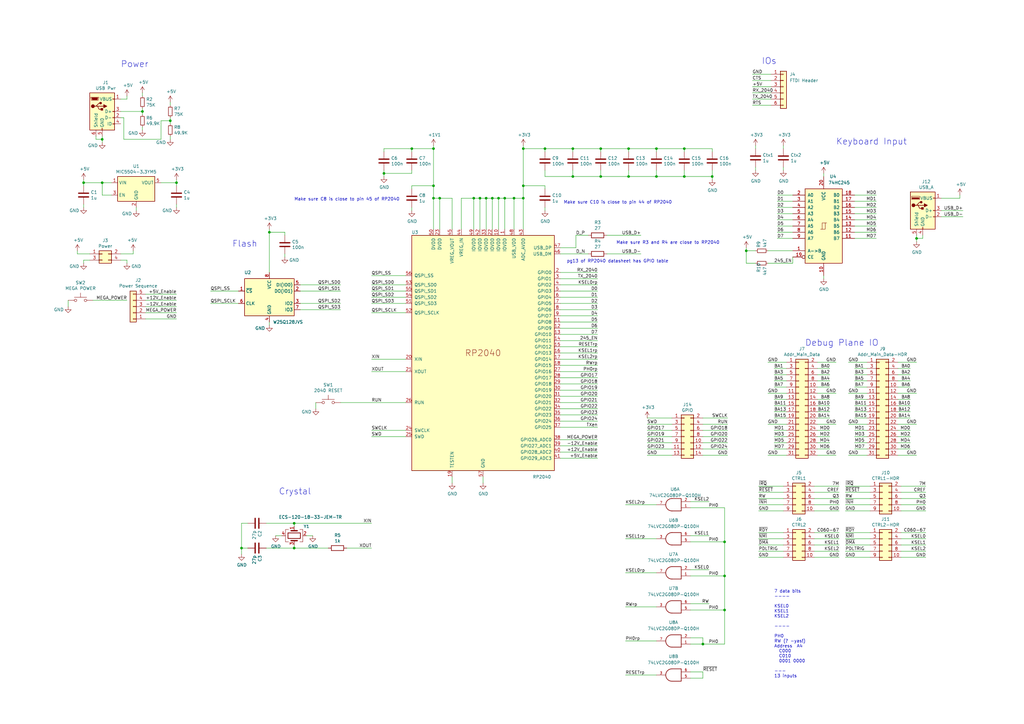
<source format=kicad_sch>
(kicad_sch (version 20211123) (generator eeschema)
  (paper "A3")
  (title_block (title "RP2040 for Mini IIe Proto") (date "2021-10-22") (rev "REV2"))
  (junction (at 207.01 81.28))
  (junction (at 375.92 97.79))
  (junction (at 214.63 76.2))
  (junction (at 204.47 81.28))
  (junction (at 297.18 250.19))
  (junction (at 110.49 95.25))
  (junction (at 99.06 224.79))
  (junction (at 58.42 45.72))
  (junction (at 120.65 214.63))
  (junction (at 157.48 71.12))
  (junction (at 214.63 60.96))
  (junction (at 223.52 60.96))
  (junction (at 257.81 72.39))
  (junction (at 280.67 60.96))
  (junction (at 234.95 72.39))
  (junction (at 168.91 60.96))
  (junction (at 246.38 72.39))
  (junction (at 180.34 81.28))
  (junction (at 234.95 60.96))
  (junction (at 280.67 72.39))
  (junction (at 297.18 236.22))
  (junction (at 120.65 224.79))
  (junction (at 201.93 81.28))
  (junction (at 306.07 102.87))
  (junction (at 288.29 264.16))
  (junction (at 269.24 72.39))
  (junction (at 69.85 49.53))
  (junction (at 246.38 60.96))
  (junction (at 177.8 81.28))
  (junction (at 214.63 81.28))
  (junction (at 41.91 74.93))
  (junction (at 194.31 81.28))
  (junction (at 177.8 60.96))
  (junction (at 210.82 81.28))
  (junction (at 297.18 222.25))
  (junction (at 269.24 60.96))
  (junction (at 257.81 60.96))
  (junction (at 34.29 74.93))
  (junction (at 196.85 81.28))
  (junction (at 177.8 76.2))
  (junction (at 292.1 72.39))
  (junction (at 41.91 57.15))
  (junction (at 72.39 74.93))
  (junction (at 199.39 81.28))
  (wire (pts (xy 86.36 124.46) (xy 97.79 124.46)))
  (wire (pts (xy 214.63 81.28) (xy 214.63 93.98)))
  (wire (pts (xy 280.67 72.39) (xy 269.24 72.39)))
  (wire (pts (xy 368.3 173.99) (xy 375.92 173.99)))
  (wire (pts (xy 229.87 116.84) (xy 245.11 116.84)))
  (wire (pts (xy 308.61 38.1) (xy 316.23 38.1)))
  (wire (pts (xy 335.28 181.61) (xy 340.36 181.61)))
  (wire (pts (xy 318.77 95.25) (xy 325.12 95.25)))
  (wire (pts (xy 283.21 261.62) (xy 288.29 261.62)))
  (wire (pts (xy 236.22 96.52) (xy 241.3 96.52)))
  (wire (pts (xy 368.3 184.15) (xy 373.38 184.15)))
  (wire (pts (xy 368.3 176.53) (xy 373.38 176.53)))
  (wire (pts (xy 229.87 129.54) (xy 245.11 129.54)))
  (wire (pts (xy 350.52 97.79) (xy 359.41 97.79)))
  (wire (pts (xy 318.77 85.09) (xy 325.12 85.09)))
  (wire (pts (xy 66.04 57.15) (xy 66.04 49.53)))
  (wire (pts (xy 125.73 219.71) (xy 128.27 219.71)))
  (wire (pts (xy 346.71 220.98) (xy 356.87 220.98)))
  (wire (pts (xy 120.65 223.52) (xy 120.65 224.79)))
  (wire (pts (xy 346.71 223.52) (xy 356.87 223.52)))
  (wire (pts (xy 59.69 120.65) (xy 72.39 120.65)))
  (wire (pts (xy 368.3 158.75) (xy 373.38 158.75)))
  (wire (pts (xy 229.87 142.24) (xy 245.11 142.24)))
  (wire (pts (xy 350.52 82.55) (xy 359.41 82.55)))
  (wire (pts (xy 368.3 181.61) (xy 373.38 181.61)))
  (wire (pts (xy 229.87 127) (xy 245.11 127)))
  (wire (pts (xy 59.69 130.81) (xy 72.39 130.81)))
  (wire (pts (xy 311.15 218.44) (xy 321.31 218.44)))
  (wire (pts (xy 34.29 106.68) (xy 34.29 107.95)))
  (wire (pts (xy 45.72 74.93) (xy 41.91 74.93)))
  (wire (pts (xy 201.93 93.98) (xy 201.93 81.28)))
  (wire (pts (xy 375.92 96.52) (xy 375.92 97.79)))
  (wire (pts (xy 355.6 151.13) (xy 350.52 151.13)))
  (wire (pts (xy 350.52 80.01) (xy 359.41 80.01)))
  (wire (pts (xy 344.17 228.6) (xy 334.01 228.6)))
  (wire (pts (xy 379.73 223.52) (xy 369.57 223.52)))
  (wire (pts (xy 72.39 83.82) (xy 72.39 85.09)))
  (wire (pts (xy 101.6 224.79) (xy 99.06 224.79)))
  (wire (pts (xy 229.87 144.78) (xy 245.11 144.78)))
  (wire (pts (xy 344.17 207.01) (xy 334.01 207.01)))
  (wire (pts (xy 39.37 57.15) (xy 39.37 55.88)))
  (wire (pts (xy 393.7 80.01) (xy 393.7 81.28)))
  (wire (pts (xy 152.4 119.38) (xy 166.37 119.38)))
  (wire (pts (xy 257.81 60.96) (xy 269.24 60.96)))
  (wire (pts (xy 355.6 148.59) (xy 347.98 148.59)))
  (wire (pts (xy 210.82 93.98) (xy 210.82 81.28)))
  (wire (pts (xy 229.87 160.02) (xy 245.11 160.02)))
  (wire (pts (xy 335.28 171.45) (xy 340.36 171.45)))
  (wire (pts (xy 269.24 69.85) (xy 269.24 72.39)))
  (wire (pts (xy 288.29 264.16) (xy 297.18 264.16)))
  (wire (pts (xy 379.73 218.44) (xy 369.57 218.44)))
  (wire (pts (xy 355.6 156.21) (xy 350.52 156.21)))
  (wire (pts (xy 335.28 156.21) (xy 340.36 156.21)))
  (wire (pts (xy 110.49 132.08) (xy 110.49 133.35)))
  (wire (pts (xy 318.77 80.01) (xy 325.12 80.01)))
  (wire (pts (xy 199.39 93.98) (xy 199.39 81.28)))
  (wire (pts (xy 335.28 161.29) (xy 342.9 161.29)))
  (wire (pts (xy 322.58 166.37) (xy 317.5 166.37)))
  (wire (pts (xy 297.18 264.16) (xy 297.18 250.19)))
  (wire (pts (xy 386.08 86.36) (xy 394.97 86.36)))
  (wire (pts (xy 350.52 92.71) (xy 359.41 92.71)))
  (wire (pts (xy 355.6 179.07) (xy 350.52 179.07)))
  (wire (pts (xy 69.85 49.53) (xy 69.85 50.8)))
  (wire (pts (xy 120.65 214.63) (xy 152.4 214.63)))
  (wire (pts (xy 157.48 71.12) (xy 168.91 71.12)))
  (wire (pts (xy 335.28 186.69) (xy 342.9 186.69)))
  (wire (pts (xy 368.3 148.59) (xy 375.92 148.59)))
  (wire (pts (xy 41.91 57.15) (xy 41.91 58.42)))
  (wire (pts (xy 368.3 153.67) (xy 373.38 153.67)))
  (wire (pts (xy 59.69 125.73) (xy 72.39 125.73)))
  (wire (pts (xy 99.06 224.79) (xy 99.06 227.33)))
  (wire (pts (xy 45.72 80.01) (xy 41.91 80.01)))
  (wire (pts (xy 368.3 151.13) (xy 373.38 151.13)))
  (wire (pts (xy 298.45 179.07) (xy 288.29 179.07)))
  (wire (pts (xy 123.19 124.46) (xy 139.7 124.46)))
  (wire (pts (xy 297.18 236.22) (xy 297.18 222.25)))
  (wire (pts (xy 379.73 226.06) (xy 369.57 226.06)))
  (wire (pts (xy 309.88 102.87) (xy 306.07 102.87)))
  (wire (pts (xy 283.21 247.65) (xy 290.83 247.65)))
  (wire (pts (xy 322.58 171.45) (xy 317.5 171.45)))
  (wire (pts (xy 308.61 40.64) (xy 316.23 40.64)))
  (wire (pts (xy 298.45 186.69) (xy 288.29 186.69)))
  (wire (pts (xy 321.31 68.58) (xy 321.31 69.85)))
  (wire (pts (xy 298.45 184.15) (xy 288.29 184.15)))
  (wire (pts (xy 58.42 44.45) (xy 58.42 45.72)))
  (wire (pts (xy 344.17 226.06) (xy 334.01 226.06)))
  (wire (pts (xy 378.46 96.52) (xy 378.46 97.79)))
  (wire (pts (xy 55.88 86.36) (xy 55.88 85.09)))
  (wire (pts (xy 379.73 199.39) (xy 369.57 199.39)))
  (wire (pts (xy 311.15 204.47) (xy 321.31 204.47)))
  (wire (pts (xy 335.28 158.75) (xy 340.36 158.75)))
  (wire (pts (xy 256.54 234.95) (xy 269.24 234.95)))
  (wire (pts (xy 34.29 74.93) (xy 34.29 76.2)))
  (wire (pts (xy 52.07 40.64) (xy 49.53 40.64)))
  (wire (pts (xy 298.45 173.99) (xy 288.29 173.99)))
  (wire (pts (xy 280.67 62.23) (xy 280.67 60.96)))
  (wire (pts (xy 322.58 156.21) (xy 317.5 156.21)))
  (wire (pts (xy 314.96 107.95) (xy 325.12 107.95)))
  (wire (pts (xy 355.6 153.67) (xy 350.52 153.67)))
  (wire (pts (xy 246.38 72.39) (xy 234.95 72.39)))
  (wire (pts (xy 322.58 151.13) (xy 317.5 151.13)))
  (wire (pts (xy 229.87 124.46) (xy 245.11 124.46)))
  (wire (pts (xy 204.47 93.98) (xy 204.47 81.28)))
  (wire (pts (xy 311.15 201.93) (xy 321.31 201.93)))
  (wire (pts (xy 309.88 59.69) (xy 309.88 60.96)))
  (wire (pts (xy 368.3 179.07) (xy 373.38 179.07)))
  (wire (pts (xy 344.17 199.39) (xy 334.01 199.39)))
  (wire (pts (xy 288.29 171.45) (xy 298.45 171.45)))
  (wire (pts (xy 368.3 166.37) (xy 373.38 166.37)))
  (wire (pts (xy 214.63 59.69) (xy 214.63 60.96)))
  (wire (pts (xy 54.61 102.87) (xy 54.61 104.14)))
  (wire (pts (xy 355.6 184.15) (xy 350.52 184.15)))
  (wire (pts (xy 322.58 161.29) (xy 314.96 161.29)))
  (wire (pts (xy 322.58 181.61) (xy 317.5 181.61)))
  (wire (pts (xy 177.8 81.28) (xy 177.8 93.98)))
  (wire (pts (xy 346.71 228.6) (xy 356.87 228.6)))
  (wire (pts (xy 368.3 161.29) (xy 375.92 161.29)))
  (wire (pts (xy 379.73 201.93) (xy 369.57 201.93)))
  (wire (pts (xy 120.65 224.79) (xy 134.62 224.79)))
  (wire (pts (xy 229.87 147.32) (xy 245.11 147.32)))
  (wire (pts (xy 283.21 275.59) (xy 288.29 275.59)))
  (wire (pts (xy 210.82 81.28) (xy 214.63 81.28)))
  (wire (pts (xy 115.57 219.71) (xy 113.03 219.71)))
  (wire (pts (xy 185.42 81.28) (xy 180.34 81.28)))
  (wire (pts (xy 256.54 276.86) (xy 269.24 276.86)))
  (wire (pts (xy 229.87 165.1) (xy 245.11 165.1)))
  (wire (pts (xy 368.3 171.45) (xy 373.38 171.45)))
  (wire (pts (xy 142.24 224.79) (xy 152.4 224.79)))
  (wire (pts (xy 229.87 104.14) (xy 241.3 104.14)))
  (wire (pts (xy 177.8 76.2) (xy 177.8 81.28)))
  (wire (pts (xy 234.95 69.85) (xy 234.95 72.39)))
  (wire (pts (xy 346.71 204.47) (xy 356.87 204.47)))
  (wire (pts (xy 59.69 123.19) (xy 72.39 123.19)))
  (wire (pts (xy 246.38 62.23) (xy 246.38 60.96)))
  (wire (pts (xy 368.3 163.83) (xy 373.38 163.83)))
  (wire (pts (xy 52.07 39.37) (xy 52.07 40.64)))
  (wire (pts (xy 379.73 220.98) (xy 369.57 220.98)))
  (wire (pts (xy 350.52 85.09) (xy 359.41 85.09)))
  (wire (pts (xy 52.07 106.68) (xy 52.07 107.95)))
  (wire (pts (xy 223.52 77.47) (xy 223.52 76.2)))
  (wire (pts (xy 189.23 93.98) (xy 189.23 81.28)))
  (wire (pts (xy 379.73 204.47) (xy 369.57 204.47)))
  (wire (pts (xy 72.39 74.93) (xy 72.39 76.2)))
  (wire (pts (xy 355.6 166.37) (xy 350.52 166.37)))
  (wire (pts (xy 49.53 106.68) (xy 52.07 106.68)))
  (wire (pts (xy 322.58 153.67) (xy 317.5 153.67)))
  (wire (pts (xy 116.84 95.25) (xy 110.49 95.25)))
  (wire (pts (xy 168.91 85.09) (xy 168.91 86.36)))
  (wire (pts (xy 355.6 161.29) (xy 347.98 161.29)))
  (wire (pts (xy 194.31 93.98) (xy 194.31 81.28)))
  (wire (pts (xy 322.58 158.75) (xy 317.5 158.75)))
  (wire (pts (xy 69.85 41.91) (xy 69.85 43.18)))
  (wire (pts (xy 229.87 101.6) (xy 236.22 101.6)))
  (wire (pts (xy 41.91 57.15) (xy 39.37 57.15)))
  (wire (pts (xy 306.07 102.87) (xy 306.07 107.95)))
  (wire (pts (xy 236.22 96.52) (xy 236.22 101.6)))
  (wire (pts (xy 234.95 62.23) (xy 234.95 60.96)))
  (wire (pts (xy 152.4 121.92) (xy 166.37 121.92)))
  (wire (pts (xy 41.91 55.88) (xy 41.91 57.15)))
  (wire (pts (xy 346.71 209.55) (xy 356.87 209.55)))
  (wire (pts (xy 375.92 97.79) (xy 375.92 99.06)))
  (wire (pts (xy 280.67 72.39) (xy 292.1 72.39)))
  (wire (pts (xy 199.39 81.28) (xy 201.93 81.28)))
  (wire (pts (xy 280.67 69.85) (xy 280.67 72.39)))
  (wire (pts (xy 355.6 163.83) (xy 350.52 163.83)))
  (wire (pts (xy 234.95 60.96) (xy 246.38 60.96)))
  (wire (pts (xy 229.87 154.94) (xy 245.11 154.94)))
  (wire (pts (xy 379.73 209.55) (xy 369.57 209.55)))
  (wire (pts (xy 283.21 233.68) (xy 290.83 233.68)))
  (wire (pts (xy 298.45 181.61) (xy 288.29 181.61)))
  (wire (pts (xy 50.8 48.26) (xy 50.8 57.15)))
  (wire (pts (xy 344.17 223.52) (xy 334.01 223.52)))
  (wire (pts (xy 36.83 106.68) (xy 34.29 106.68)))
  (wire (pts (xy 309.88 68.58) (xy 309.88 69.85)))
  (wire (pts (xy 166.37 113.03) (xy 152.4 113.03)))
  (wire (pts (xy 157.48 71.12) (xy 157.48 72.39)))
  (wire (pts (xy 168.91 76.2) (xy 177.8 76.2)))
  (wire (pts (xy 344.17 201.93) (xy 334.01 201.93)))
  (wire (pts (xy 101.6 214.63) (xy 99.06 214.63)))
  (wire (pts (xy 292.1 69.85) (xy 292.1 72.39)))
  (wire (pts (xy 157.48 69.85) (xy 157.48 71.12)))
  (wire (pts (xy 275.59 186.69) (xy 265.43 186.69)))
  (wire (pts (xy 110.49 95.25) (xy 110.49 111.76)))
  (wire (pts (xy 229.87 134.62) (xy 245.11 134.62)))
  (wire (pts (xy 34.29 83.82) (xy 34.29 85.09)))
  (wire (pts (xy 318.77 82.55) (xy 325.12 82.55)))
  (wire (pts (xy 311.15 228.6) (xy 321.31 228.6)))
  (wire (pts (xy 335.28 179.07) (xy 340.36 179.07)))
  (wire (pts (xy 257.81 62.23) (xy 257.81 60.96)))
  (wire (pts (xy 229.87 172.72) (xy 245.11 172.72)))
  (wire (pts (xy 229.87 182.88) (xy 245.11 182.88)))
  (wire (pts (xy 116.84 104.14) (xy 116.84 105.41)))
  (wire (pts (xy 275.59 176.53) (xy 265.43 176.53)))
  (wire (pts (xy 109.22 224.79) (xy 120.65 224.79)))
  (wire (pts (xy 69.85 48.26) (xy 69.85 49.53)))
  (wire (pts (xy 335.28 184.15) (xy 340.36 184.15)))
  (wire (pts (xy 283.21 205.74) (xy 290.83 205.74)))
  (wire (pts (xy 335.28 168.91) (xy 340.36 168.91)))
  (wire (pts (xy 350.52 95.25) (xy 359.41 95.25)))
  (wire (pts (xy 201.93 81.28) (xy 204.47 81.28)))
  (wire (pts (xy 214.63 60.96) (xy 223.52 60.96)))
  (wire (pts (xy 49.53 45.72) (xy 58.42 45.72)))
  (wire (pts (xy 185.42 93.98) (xy 185.42 81.28)))
  (wire (pts (xy 335.28 153.67) (xy 340.36 153.67)))
  (wire (pts (xy 168.91 60.96) (xy 177.8 60.96)))
  (wire (pts (xy 346.71 201.93) (xy 356.87 201.93)))
  (wire (pts (xy 49.53 48.26) (xy 50.8 48.26)))
  (wire (pts (xy 157.48 60.96) (xy 168.91 60.96)))
  (wire (pts (xy 283.21 250.19) (xy 297.18 250.19)))
  (wire (pts (xy 257.81 69.85) (xy 257.81 72.39)))
  (wire (pts (xy 308.61 35.56) (xy 316.23 35.56)))
  (wire (pts (xy 350.52 87.63) (xy 359.41 87.63)))
  (wire (pts (xy 66.04 74.93) (xy 72.39 74.93)))
  (wire (pts (xy 344.17 209.55) (xy 334.01 209.55)))
  (wire (pts (xy 283.21 236.22) (xy 297.18 236.22)))
  (wire (pts (xy 223.52 85.09) (xy 223.52 86.36)))
  (wire (pts (xy 196.85 81.28) (xy 199.39 81.28)))
  (wire (pts (xy 379.73 207.01) (xy 369.57 207.01)))
  (wire (pts (xy 31.75 102.87) (xy 31.75 104.14)))
  (wire (pts (xy 335.28 173.99) (xy 342.9 173.99)))
  (wire (pts (xy 248.92 104.14) (xy 262.89 104.14)))
  (wire (pts (xy 69.85 55.88) (xy 69.85 57.15)))
  (wire (pts (xy 346.71 207.01) (xy 356.87 207.01)))
  (wire (pts (xy 229.87 157.48) (xy 245.11 157.48)))
  (wire (pts (xy 355.6 186.69) (xy 347.98 186.69)))
  (wire (pts (xy 292.1 72.39) (xy 292.1 73.66)))
  (wire (pts (xy 275.59 184.15) (xy 265.43 184.15)))
  (wire (pts (xy 355.6 158.75) (xy 350.52 158.75)))
  (wire (pts (xy 256.54 248.92) (xy 269.24 248.92)))
  (wire (pts (xy 344.17 204.47) (xy 334.01 204.47)))
  (wire (pts (xy 58.42 45.72) (xy 58.42 46.99)))
  (wire (pts (xy 214.63 60.96) (xy 214.63 76.2)))
  (wire (pts (xy 229.87 175.26) (xy 245.11 175.26)))
  (wire (pts (xy 50.8 57.15) (xy 66.04 57.15)))
  (wire (pts (xy 248.92 96.52) (xy 262.89 96.52)))
  (wire (pts (xy 308.61 30.48) (xy 316.23 30.48)))
  (wire (pts (xy 198.12 195.58) (xy 198.12 198.12)))
  (wire (pts (xy 321.31 59.69) (xy 321.31 60.96)))
  (wire (pts (xy 297.18 250.19) (xy 297.18 236.22)))
  (wire (pts (xy 157.48 62.23) (xy 157.48 60.96)))
  (wire (pts (xy 275.59 173.99) (xy 265.43 173.99)))
  (wire (pts (xy 66.04 49.53) (xy 69.85 49.53)))
  (wire (pts (xy 335.28 148.59) (xy 342.9 148.59)))
  (wire (pts (xy 196.85 93.98) (xy 196.85 81.28)))
  (wire (pts (xy 180.34 93.98) (xy 180.34 81.28)))
  (wire (pts (xy 337.82 71.12) (xy 337.82 72.39)))
  (wire (pts (xy 129.54 165.1) (xy 129.54 167.64)))
  (wire (pts (xy 297.18 222.25) (xy 283.21 222.25)))
  (wire (pts (xy 355.6 168.91) (xy 350.52 168.91)))
  (wire (pts (xy 152.4 124.46) (xy 166.37 124.46)))
  (wire (pts (xy 229.87 149.86) (xy 245.11 149.86)))
  (wire (pts (xy 38.1 123.19) (xy 52.07 123.19)))
  (wire (pts (xy 207.01 81.28) (xy 207.01 93.98)))
  (wire (pts (xy 214.63 76.2) (xy 214.63 81.28)))
  (wire (pts (xy 311.15 199.39) (xy 321.31 199.39)))
  (wire (pts (xy 275.59 181.61) (xy 265.43 181.61)))
  (wire (pts (xy 229.87 114.3) (xy 245.11 114.3)))
  (wire (pts (xy 229.87 121.92) (xy 245.11 121.92)))
  (wire (pts (xy 288.29 275.59) (xy 288.29 278.13)))
  (wire (pts (xy 355.6 173.99) (xy 347.98 173.99)))
  (wire (pts (xy 298.45 176.53) (xy 288.29 176.53)))
  (wire (pts (xy 168.91 71.12) (xy 168.91 69.85)))
  (wire (pts (xy 335.28 151.13) (xy 340.36 151.13)))
  (wire (pts (xy 207.01 81.28) (xy 210.82 81.28)))
  (wire (pts (xy 335.28 163.83) (xy 340.36 163.83)))
  (wire (pts (xy 314.96 102.87) (xy 325.12 102.87)))
  (wire (pts (xy 139.7 165.1) (xy 166.37 165.1)))
  (wire (pts (xy 311.15 209.55) (xy 321.31 209.55)))
  (wire (pts (xy 229.87 119.38) (xy 245.11 119.38)))
  (wire (pts (xy 166.37 176.53) (xy 152.4 176.53)))
  (wire (pts (xy 355.6 171.45) (xy 350.52 171.45)))
  (wire (pts (xy 59.69 128.27) (xy 72.39 128.27)))
  (wire (pts (xy 256.54 207.01) (xy 269.24 207.01)))
  (wire (pts (xy 322.58 176.53) (xy 317.5 176.53)))
  (wire (pts (xy 256.54 262.89) (xy 269.24 262.89)))
  (wire (pts (xy 234.95 72.39) (xy 223.52 72.39)))
  (wire (pts (xy 322.58 168.91) (xy 317.5 168.91)))
  (wire (pts (xy 246.38 60.96) (xy 257.81 60.96)))
  (wire (pts (xy 368.3 168.91) (xy 373.38 168.91)))
  (wire (pts (xy 229.87 167.64) (xy 245.11 167.64)))
  (wire (pts (xy 335.28 166.37) (xy 340.36 166.37)))
  (wire (pts (xy 350.52 90.17) (xy 359.41 90.17)))
  (wire (pts (xy 41.91 74.93) (xy 34.29 74.93)))
  (wire (pts (xy 166.37 128.27) (xy 152.4 128.27)))
  (wire (pts (xy 185.42 195.58) (xy 185.42 198.12)))
  (wire (pts (xy 204.47 81.28) (xy 207.01 81.28)))
  (wire (pts (xy 346.71 218.44) (xy 356.87 218.44)))
  (wire (pts (xy 318.77 87.63) (xy 325.12 87.63)))
  (wire (pts (xy 311.15 226.06) (xy 321.31 226.06)))
  (wire (pts (xy 229.87 152.4) (xy 245.11 152.4)))
  (wire (pts (xy 58.42 52.07) (xy 58.42 53.34)))
  (wire (pts (xy 368.3 156.21) (xy 373.38 156.21)))
  (wire (pts (xy 223.52 60.96) (xy 234.95 60.96)))
  (wire (pts (xy 269.24 62.23) (xy 269.24 60.96)))
  (wire (pts (xy 180.34 81.28) (xy 177.8 81.28)))
  (wire (pts (xy 54.61 104.14) (xy 49.53 104.14)))
  (wire (pts (xy 335.28 176.53) (xy 340.36 176.53)))
  (wire (pts (xy 168.91 62.23) (xy 168.91 60.96)))
  (wire (pts (xy 110.49 93.98) (xy 110.49 95.25)))
  (wire (pts (xy 311.15 223.52) (xy 321.31 223.52)))
  (wire (pts (xy 322.58 163.83) (xy 317.5 163.83)))
  (wire (pts (xy 322.58 184.15) (xy 317.5 184.15)))
  (wire (pts (xy 177.8 60.96) (xy 177.8 76.2)))
  (wire (pts (xy 229.87 180.34) (xy 245.11 180.34)))
  (wire (pts (xy 229.87 139.7) (xy 245.11 139.7)))
  (wire (pts (xy 325.12 107.95) (xy 325.12 105.41)))
  (wire (pts (xy 306.07 107.95) (xy 309.88 107.95)))
  (wire (pts (xy 368.3 186.69) (xy 375.92 186.69)))
  (wire (pts (xy 386.08 81.28) (xy 393.7 81.28)))
  (wire (pts (xy 322.58 179.07) (xy 317.5 179.07)))
  (wire (pts (xy 194.31 81.28) (xy 196.85 81.28)))
  (wire (pts (xy 311.15 220.98) (xy 321.31 220.98)))
  (wire (pts (xy 325.12 97.79) (xy 318.77 97.79)))
  (wire (pts (xy 283.21 208.28) (xy 297.18 208.28)))
  (wire (pts (xy 322.58 173.99) (xy 314.96 173.99)))
  (wire (pts (xy 58.42 38.1) (xy 58.42 39.37)))
  (wire (pts (xy 116.84 96.52) (xy 116.84 95.25)))
  (wire (pts (xy 311.15 207.01) (xy 321.31 207.01)))
  (wire (pts (xy 322.58 148.59) (xy 314.96 148.59)))
  (wire (pts (xy 123.19 127) (xy 139.7 127)))
  (wire (pts (xy 229.87 132.08) (xy 245.11 132.08)))
  (wire (pts (xy 229.87 185.42) (xy 245.11 185.42)))
  (wire (pts (xy 283.21 278.13) (xy 288.29 278.13)))
  (wire (pts (xy 308.61 43.18) (xy 316.23 43.18)))
  (wire (pts (xy 322.58 186.69) (xy 314.96 186.69)))
  (wire (pts (xy 152.4 147.32) (xy 166.37 147.32)))
  (wire (pts (xy 166.37 152.4) (xy 152.4 152.4)))
  (wire (pts (xy 152.4 116.84) (xy 166.37 116.84)))
  (wire (pts (xy 223.52 69.85) (xy 223.52 72.39)))
  (wire (pts (xy 31.75 104.14) (xy 36.83 104.14)))
  (wire (pts (xy 99.06 214.63) (xy 99.06 224.79)))
  (wire (pts (xy 337.82 113.03) (xy 337.82 114.3)))
  (wire (pts (xy 256.54 220.98) (xy 269.24 220.98)))
  (wire (pts (xy 189.23 81.28) (xy 194.31 81.28)))
  (wire (pts (xy 344.17 220.98) (xy 334.01 220.98)))
  (wire (pts (xy 229.87 137.16) (xy 245.11 137.16)))
  (wire (pts (xy 72.39 73.66) (xy 72.39 74.93)))
  (wire (pts (xy 379.73 228.6) (xy 369.57 228.6)))
  (wire (pts (xy 306.07 101.6) (xy 306.07 102.87)))
  (wire (pts (xy 318.77 90.17) (xy 325.12 90.17)))
  (wire (pts (xy 292.1 62.23) (xy 292.1 60.96)))
  (wire (pts (xy 346.71 199.39) (xy 356.87 199.39)))
  (wire (pts (xy 223.52 62.23) (xy 223.52 60.96)))
  (wire (pts (xy 269.24 72.39) (xy 257.81 72.39)))
  (wire (pts (xy 123.19 119.38) (xy 139.7 119.38)))
  (wire (pts (xy 109.22 214.63) (xy 120.65 214.63)))
  (wire (pts (xy 168.91 77.47) (xy 168.91 76.2)))
  (wire (pts (xy 308.61 33.02) (xy 316.23 33.02)))
  (wire (pts (xy 386.08 88.9) (xy 394.97 88.9)))
  (wire (pts (xy 34.29 73.66) (xy 34.29 74.93)))
  (wire (pts (xy 344.17 218.44) (xy 334.01 218.44)))
  (wire (pts (xy 288.29 261.62) (xy 288.29 264.16)))
  (wire (pts (xy 275.59 171.45) (xy 265.43 171.45)))
  (wire (pts (xy 246.38 69.85) (xy 246.38 72.39)))
  (wire (pts (xy 318.77 92.71) (xy 325.12 92.71)))
  (wire (pts (xy 355.6 176.53) (xy 350.52 176.53)))
  (wire (pts (xy 120.65 215.9) (xy 120.65 214.63)))
  (wire (pts (xy 297.18 208.28) (xy 297.18 222.25)))
  (wire (pts (xy 229.87 111.76) (xy 245.11 111.76)))
  (wire (pts (xy 86.36 119.38) (xy 97.79 119.38)))
  (wire (pts (xy 283.21 264.16) (xy 288.29 264.16)))
  (wire (pts (xy 346.71 226.06) (xy 356.87 226.06)))
  (wire (pts (xy 257.81 72.39) (xy 246.38 72.39)))
  (wire (pts (xy 229.87 187.96) (xy 245.11 187.96)))
  (wire (pts (xy 280.67 60.96) (xy 292.1 60.96)))
  (wire (pts (xy 214.63 76.2) (xy 223.52 76.2)))
  (wire (pts (xy 166.37 179.07) (xy 152.4 179.07)))
  (wire (pts (xy 177.8 59.69) (xy 177.8 60.96)))
  (wire (pts (xy 269.24 60.96) (xy 280.67 60.96)))
  (wire (pts (xy 275.59 179.07) (xy 265.43 179.07)))
  (wire (pts (xy 27.94 123.19) (xy 27.94 125.73)))
  (wire (pts (xy 283.21 219.71) (xy 290.83 219.71)))
  (wire (pts (xy 378.46 97.79) (xy 375.92 97.79)))
  (wire (pts (xy 41.91 80.01) (xy 41.91 74.93)))
  (wire (pts (xy 123.19 116.84) (xy 139.7 116.84)))
  (wire (pts (xy 229.87 170.18) (xy 245.11 170.18)))
  (wire (pts (xy 229.87 162.56) (xy 245.11 162.56)))
  (wire (pts (xy 355.6 181.61) (xy 350.52 181.61)))
  (text "Make sure C8 is close to pin 45 of RP2040" (at 120.65 82.55 0) (effects (font (size 1.27 1.27)) (justify left bottom)))
  (text "Crystal" (at 114.3 203.2 0) (effects (font (size 2.54 2.54)) (justify left bottom)))
  (text "Flash" (at 95.25 101.6 0) (effects (font (size 2.54 2.54)) (justify left bottom)))
  (text "IOs" (at 312.42 26.67 0) (effects (font (size 2.54 2.54)) (justify left bottom)))
  (text "pg13 of RP2040 datasheet has GPIO table" (at 232.41 107.95 0) (effects (font (size 1.27 1.27)) (justify left bottom)))
  (text "Keyboard Input" (at 342.9 59.69 0) (effects (font (size 2.54 2.54)) (justify left bottom)))
  (text "Make sure R3 and R4 are close to RP2040" (at 252.73 100.33 0) (effects (font (size 1.27 1.27)) (justify left bottom)))
  (text "Power" (at 49.53 27.94 0) (effects (font (size 2.54 2.54)) (justify left bottom)))
  (text "Make sure C10 is close to pin 44 of RP2040" (at 231.14 83.82 0) (effects (font (size 1.27 1.27)) (justify left bottom)))
  (text "Debug Plane IO" (at 330.2 142.24 0) (effects (font (size 2.54 2.54)) (justify left bottom)))
  (text "7 data bits\n----\n\nKSEL0\nKSEL1\nKSEL2 \n\n----\n\nPH0\nRW (? -yas!)\nAddress  A4\n  C000 \n  C010\n  0001 0000\n\n---\n13 inputs" (at 317.5 278.13 0) (effects (font (size 1.27 1.27)) (justify left bottom)))
  (label "MD6" (at 359.41 95.25 180))
  (label "D2" (at 245.11 124.46 180))
  (label "USB_D+" (at 394.97 86.36 180))
  (label "BA11" (at 350.52 166.37 0))
  (label "QSPI_SD2" (at 152.4 121.92 0))
  (label "GND" (at 314.96 186.69 0))
  (label "KSEL2rp" (at 245.11 147.32 180))
  (label "KSEL0" (at 344.17 220.98 180))
  (label "BA2" (at 373.38 153.67 180))
  (label "D2" (at 318.77 85.09 0))
  (label "D3" (at 318.77 87.63 0))
  (label "GND" (at 344.17 209.55 180))
  (label "BA3" (at 317.5 153.67 0))
  (label "BA8" (at 373.38 163.83 180))
  (label "BA4" (at 373.38 156.21 180))
  (label "PH0" (at 344.17 207.01 180))
  (label "BA14" (at 373.38 171.45 180))
  (label "GND" (at 314.96 173.99 0))
  (label "D6" (at 245.11 134.62 180))
  (label "GND" (at 342.9 161.29 180))
  (label "MD2" (at 373.38 179.07 180))
  (label "7M" (at 379.73 199.39 180))
  (label "MD2" (at 359.41 85.09 180))
  (label "GND" (at 346.71 228.6 0))
  (label "KSEL1" (at 379.73 223.52 180))
  (label "+5V_Enable" (at 245.11 187.96 180))
  (label "KSEL0rp" (at 256.54 234.95 0))
  (label "PH0" (at 294.64 222.25 180))
  (label "+5V_Enable" (at 72.39 120.65 180))
  (label "PH0" (at 379.73 207.01 180))
  (label "BA4" (at 340.36 156.21 180))
  (label "MD7" (at 350.52 184.15 0))
  (label "QSPI_SS" (at 152.4 113.03 0))
  (label "QSPI_SD1" (at 139.7 119.38 180))
  (label "CREF" (at 344.17 201.93 180))
  (label "BA2" (at 340.36 153.67 180))
  (label "GND" (at 375.92 148.59 180))
  (label "BA6" (at 373.38 158.75 180))
  (label "KSEL0" (at 290.83 233.68 180))
  (label "~{RESET}" (at 288.29 275.59 0))
  (label "GPIO22" (at 245.11 167.64 180))
  (label "BA1" (at 350.52 151.13 0))
  (label "~{RESET}" (at 311.15 201.93 0))
  (label "MD6" (at 373.38 184.15 180))
  (label "GND" (at 72.39 130.81 180))
  (label "GND" (at 347.98 173.99 0))
  (label "D_N" (at 236.22 104.14 0))
  (label "RUN" (at 152.4 165.1 0))
  (label "QSPI_SD0" (at 139.7 116.84 180))
  (label "KSEL2" (at 379.73 226.06 180))
  (label "GPIO24" (at 245.11 172.72 180))
  (label "D1" (at 318.77 82.55 0))
  (label "PH0" (at 294.64 236.22 180))
  (label "GND" (at 375.92 161.29 180))
  (label "GND" (at 379.73 228.6 180))
  (label "CTS" (at 308.61 33.02 0))
  (label "MD7" (at 317.5 184.15 0))
  (label "BA0" (at 340.36 151.13 180))
  (label "KSEL1rp" (at 256.54 220.98 0))
  (label "C060-67" (at 379.73 218.44 180))
  (label "BA12" (at 340.36 168.91 180))
  (label "KSEL0rp" (at 245.11 116.84 180))
  (label "GND" (at 347.98 161.29 0))
  (label "D0" (at 245.11 119.38 180))
  (label "~{DMA}" (at 346.71 223.52 0))
  (label "MD1" (at 317.5 176.53 0))
  (label "PDLTRIG" (at 346.71 226.06 0))
  (label "BA5" (at 350.52 156.21 0))
  (label "PH0" (at 294.64 208.28 180))
  (label "KSEL1" (at 290.83 219.71 180))
  (label "GND" (at 342.9 186.69 180))
  (label "RW" (at 346.71 204.47 0))
  (label "PH0" (at 294.64 264.16 180))
  (label "RX_2040" (at 308.61 38.1 0))
  (label "QSPI_SCLK" (at 86.36 124.46 0))
  (label "~{IRQ}" (at 346.71 199.39 0))
  (label "D5" (at 318.77 92.71 0))
  (label "SWCLK" (at 152.4 176.53 0))
  (label "BA6" (at 340.36 158.75 180))
  (label "MD5" (at 350.52 181.61 0))
  (label "~{DMA}" (at 311.15 223.52 0))
  (label "SWCLK" (at 298.45 171.45 180))
  (label "MD7" (at 359.41 97.79 180))
  (label "GPIO19" (at 245.11 160.02 180))
  (label "GND" (at 375.92 186.69 180))
  (label "BA5" (at 317.5 156.21 0))
  (label "QSPI_SD0" (at 152.4 116.84 0))
  (label "MD1" (at 350.52 176.53 0))
  (label "GPIO23" (at 245.11 170.18 180))
  (label "QSPI_SD3" (at 152.4 124.46 0))
  (label "245_EN" (at 245.11 139.7 180))
  (label "GND" (at 344.17 228.6 180))
  (label "GND" (at 298.45 186.69 180))
  (label "GND" (at 347.98 186.69 0))
  (label "MD4" (at 359.41 90.17 180))
  (label "MD0" (at 340.36 176.53 180))
  (label "BA11" (at 317.5 166.37 0))
  (label "KSEL1" (at 344.17 223.52 180))
  (label "GND" (at 308.61 30.48 0))
  (label "QSPI_SS" (at 86.36 119.38 0))
  (label "245_EN" (at 317.5 107.95 0))
  (label "TX_2040" (at 308.61 40.64 0))
  (label "GPIO22" (at 298.45 181.61 180))
  (label "GND" (at 346.71 209.55 0))
  (label "MEGA_POWER" (at 52.07 123.19 180))
  (label "MD3" (at 359.41 87.63 180))
  (label "D1" (at 245.11 121.92 180))
  (label "GND" (at 375.92 173.99 180))
  (label "GND" (at 314.96 161.29 0))
  (label "+5V" (at 308.61 35.56 0))
  (label "RWrp" (at 256.54 248.92 0))
  (label "~{INH}" (at 311.15 207.01 0))
  (label "BA3" (at 350.52 153.67 0))
  (label "BA15" (at 317.5 171.45 0))
  (label "~{NMI}" (at 311.15 220.98 0))
  (label "GPIO19" (at 265.43 179.07 0))
  (label "D4" (at 245.11 129.54 180))
  (label "RESETrp" (at 256.54 276.86 0))
  (label "GND" (at 265.43 186.69 0))
  (label "-12V_Enable" (at 245.11 182.88 180))
  (label "~{INH}" (at 346.71 207.01 0))
  (label "BA14" (at 340.36 171.45 180))
  (label "BA7" (at 317.5 158.75 0))
  (label "GND" (at 311.15 228.6 0))
  (label "TXen" (at 245.11 175.26 180))
  (label "Q3" (at 379.73 204.47 180))
  (label "GND" (at 379.73 209.55 180))
  (label "~{NMI}" (at 346.71 220.98 0))
  (label "+12V_Enable" (at 245.11 185.42 180))
  (label "BA1" (at 317.5 151.13 0))
  (label "PH0rp" (at 256.54 262.89 0))
  (label "D5" (at 245.11 132.08 180))
  (label "XIN" (at 152.4 147.32 0))
  (label "GPIO17" (at 245.11 154.94 180))
  (label "XOUT" (at 152.4 224.79 180))
  (label "BA12" (at 373.38 168.91 180))
  (label "BA13" (at 350.52 168.91 0))
  (label "-12V_Enable" (at 72.39 125.73 180))
  (label "BA9" (at 350.52 163.83 0))
  (label "USB_D+" (at 262.89 96.52 180))
  (label "BA7" (at 350.52 158.75 0))
  (label "PDLTRIG" (at 311.15 226.06 0))
  (label "USB_D-" (at 394.97 88.9 180))
  (label "RW" (at 311.15 204.47 0))
  (label "RTS" (at 308.61 43.18 0))
  (label "D7" (at 318.77 97.79 0))
  (label "KSEL0" (at 379.73 220.98 180))
  (label "BA15" (at 350.52 171.45 0))
  (label "BA13" (at 317.5 168.91 0))
  (label "~{RESET}" (at 346.71 201.93 0))
  (label "GPIO18" (at 245.11 157.48 180))
  (label "MD3" (at 317.5 179.07 0))
  (label "SWD" (at 265.43 173.99 0))
  (label "BA9" (at 317.5 163.83 0))
  (label "PH0" (at 294.64 250.19 180))
  (label "GND" (at 347.98 148.59 0))
  (label "7M" (at 344.17 199.39 180))
  (label "GPIO24" (at 298.45 184.15 180))
  (label "GPIO21" (at 265.43 181.61 0))
  (label "RESETrp" (at 245.11 142.24 180))
  (label "MD0" (at 359.41 80.01 180))
  (label "GPIO17" (at 265.43 176.53 0))
  (label "KSEL2rp" (at 256.54 207.01 0))
  (label "BA8" (at 340.36 163.83 180))
  (label "GND" (at 342.9 173.99 180))
  (label "RWrp" (at 245.11 149.86 180))
  (label "GND" (at 314.96 148.59 0))
  (label "MEGA_POWER" (at 245.11 180.34 180))
  (label "MEGA_POWER" (at 72.39 128.27 180))
  (label "GND" (at 342.9 148.59 180))
  (label "~{IRQ}" (at 311.15 199.39 0))
  (label "BA10" (at 373.38 166.37 180))
  (label "MD5" (at 317.5 181.61 0))
  (label "XIN" (at 152.4 214.63 180))
  (label "D6" (at 318.77 95.25 0))
  (label "MD4" (at 373.38 181.61 180))
  (label "QSPI_SD2" (at 139.7 124.46 180))
  (label "GPIO20" (at 298.45 179.07 180))
  (label "TX_2040" (at 245.11 114.3 180))
  (label "~{RDY}" (at 346.71 218.44 0))
  (label "D0" (at 318.77 80.01 0))
  (label "MD5" (at 359.41 92.71 180))
  (label "RUN" (at 298.45 173.99 180))
  (label "GPIO23" (at 265.43 184.15 0))
  (label "MD0" (at 373.38 176.53 180))
  (label "GPIO21" (at 245.11 165.1 180))
  (label "D7" (at 245.11 137.16 180))
  (label "MD4" (at 340.36 181.61 180))
  (label "CREF" (at 379.73 201.93 180))
  (label "KSEL2" (at 344.17 226.06 180))
  (label "SWD" (at 152.4 179.07 0))
  (label "D3" (at 245.11 127 180))
  (label "+12V_Enable" (at 72.39 123.19 180))
  (label "KSEL1rp" (at 245.11 144.78 180))
  (label "D4" (at 318.77 90.17 0))
  (label "KSEL2" (at 290.83 205.74 180))
  (label "XOUT" (at 152.4 152.4 0))
  (label "GPIO18" (at 298.45 176.53 180))
  (label "GND" (at 311.15 209.55 0))
  (label "USB_D-" (at 262.89 104.14 180))
  (label "MD6" (at 340.36 184.15 180))
  (label "C060-67" (at 344.17 218.44 180))
  (label "MD1" (at 359.41 82.55 180))
  (label "~{RDY}" (at 311.15 218.44 0))
  (label "QSPI_SD1" (at 152.4 119.38 0))
  (label "MD3" (at 350.52 179.07 0))
  (label "RX_2040" (at 245.11 111.76 180))
  (label "GPIO20" (at 245.11 162.56 180))
  (label "QSPI_SCLK" (at 152.4 128.27 0))
  (label "RW" (at 290.83 247.65 180))
  (label "D_P" (at 236.22 96.52 0))
  (label "QSPI_SD3" (at 139.7 127 180))
  (label "PH0rp" (at 245.11 152.4 180))
  (label "BA0" (at 373.38 151.13 180))
  (label "BA10" (at 340.36 166.37 180))
  (label "Q3" (at 344.17 204.47 180))
  (label "MD2" (at 340.36 179.07 180))
  (symbol (lib_id "MCU_RaspberryPi_RP2040:RP2040") (at 198.12 144.78 0) (unit 1)
    (property "Reference" "U3" (at 170.18 95.25 0))
    (property "Value" "RP2040" (at 222.25 195.58 0))
    (property "Footprint" "RP2040_minimal:RP2040-QFN-56" (effects hide))
  )
  (symbol (lib_id "Device:C") (at 105.41 214.63 270) (unit 1)
    (property "Reference" "C2" (at 106.5784 217.551 0) (effects (justify left)))
    (property "Value" "27p" (at 104.267 217.551 0) (effects (justify left)))
    (property "Footprint" "Capacitor_SMD:C_0603_1608Metric" (effects hide))
  )
  (symbol (lib_id "Device:C") (at 105.41 224.79 270) (unit 1)
    (property "Reference" "C3" (at 106.5784 227.711 0) (effects (justify left)))
    (property "Value" "27p" (at 104.267 227.711 0) (effects (justify left)))
    (property "Footprint" "Capacitor_SMD:C_0603_1608Metric" (effects hide))
  )
  (symbol (lib_id "power:GND") (at 99.06 227.33 0) (unit 1)
    (property "Reference" "#PWR06" (effects hide))
    (property "Value" "GND" (at 99.187 231.7242 0))
  )
  (symbol (lib_id "Memory_Flash:W25Q128JVS") (at 110.49 121.92 0) (unit 1)
    (property "Reference" "U2" (at 101.6 111.76 0))
    (property "Value" "W25Q128JVS" (at 118.11 132.08 0))
    (property "Footprint" "Package_SO:SOIC-8_5.23x5.23mm_P1.27mm" (effects hide))
    (property "Datasheet" "http://www.winbond.com/resource-files/w25q128jv_dtr%20revc%2003272018%20plus.pdf" (effects hide))
    (property "MFN" "W25Q128JVSIM TR" (effects hide))
    (property "SPN" "W25Q128JVSIMTR-ND" (effects hide))
  )
  (symbol (lib_id "power:+3V3") (at 110.49 93.98 0) (unit 1)
    (property "Reference" "#PWR07" (effects hide))
    (property "Value" "+3V3" (at 110.871 89.5858 0))
  )
  (symbol (lib_id "power:GND") (at 110.49 133.35 0) (unit 1)
    (property "Reference" "#PWR08" (effects hide))
    (property "Value" "GND" (at 106.68 134.62 0))
  )
  (symbol (lib_id "Device:C") (at 116.84 100.33 0) (unit 1)
    (property "Reference" "C5" (at 119.761 99.1616 0) (effects (justify left)))
    (property "Value" "100n" (at 119.761 101.473 0) (effects (justify left)))
    (property "Footprint" "Capacitor_SMD:C_0805_2012Metric" (effects hide))
  )
  (symbol (lib_id "power:GND") (at 116.84 105.41 0) (unit 1)
    (property "Reference" "#PWR011" (effects hide))
    (property "Value" "GND" (at 120.65 106.68 0))
  )
  (symbol (lib_id "power:GND") (at 198.12 198.12 0) (unit 1)
    (property "Reference" "#PWR016" (effects hide))
    (property "Value" "GND" (at 198.247 202.5142 0))
  )
  (symbol (lib_id "power:GND") (at 185.42 198.12 0) (unit 1)
    (property "Reference" "#PWR015" (effects hide))
    (property "Value" "GND" (at 185.547 202.5142 0))
  )
  (symbol (lib_id "Device:R") (at 245.11 96.52 270) (unit 1)
    (property "Reference" "R3" (at 245.11 91.2622 90))
    (property "Value" "27" (at 245.11 93.5736 90))
    (property "Footprint" "Resistor_SMD:R_0603_1608Metric" (effects hide))
  )
  (symbol (lib_id "Device:R") (at 245.11 104.14 270) (unit 1)
    (property "Reference" "R4" (at 245.11 98.8822 90))
    (property "Value" "27" (at 245.11 101.1936 90))
    (property "Footprint" "Resistor_SMD:R_0603_1608Metric" (effects hide))
  )
  (symbol (lib_id "power:GND") (at 375.92 99.06 0) (unit 1)
    (property "Reference" "#PWR01" (effects hide))
    (property "Value" "GND" (at 376.047 103.4542 0))
  )
  (symbol (lib_id "power:+3V3") (at 214.63 59.69 0) (unit 1)
    (property "Reference" "#PWR017" (effects hide))
    (property "Value" "+3V3" (at 215.011 55.2958 0))
  )
  (symbol (lib_id "power:+1V1") (at 177.8 59.69 0) (unit 1)
    (property "Reference" "#PWR014" (effects hide))
    (property "Value" "+1V1" (at 178.181 55.2958 0))
  )
  (symbol (lib_id "Device:C") (at 223.52 66.04 0) (unit 1)
    (property "Reference" "C9" (at 226.441 64.8716 0) (effects (justify left)))
    (property "Value" "100n" (at 226.441 67.183 0) (effects (justify left)))
    (property "Footprint" "Capacitor_SMD:C_0603_1608Metric" (effects hide))
  )
  (symbol (lib_id "Device:C") (at 234.95 66.04 0) (unit 1)
    (property "Reference" "C11" (at 237.871 64.8716 0) (effects (justify left)))
    (property "Value" "100n" (at 237.871 67.183 0) (effects (justify left)))
    (property "Footprint" "Capacitor_SMD:C_0603_1608Metric" (effects hide))
  )
  (symbol (lib_id "Device:C") (at 246.38 66.04 0) (unit 1)
    (property "Reference" "C12" (at 249.301 64.8716 0) (effects (justify left)))
    (property "Value" "100n" (at 249.301 67.183 0) (effects (justify left)))
    (property "Footprint" "Capacitor_SMD:C_0603_1608Metric" (effects hide))
  )
  (symbol (lib_id "Device:C") (at 257.81 66.04 0) (unit 1)
    (property "Reference" "C13" (at 260.731 64.8716 0) (effects (justify left)))
    (property "Value" "100n" (at 260.731 67.183 0) (effects (justify left)))
    (property "Footprint" "Capacitor_SMD:C_0603_1608Metric" (effects hide))
  )
  (symbol (lib_id "Device:C") (at 269.24 66.04 0) (unit 1)
    (property "Reference" "C14" (at 272.161 64.8716 0) (effects (justify left)))
    (property "Value" "100n" (at 272.161 67.183 0) (effects (justify left)))
    (property "Footprint" "Capacitor_SMD:C_0603_1608Metric" (effects hide))
  )
  (symbol (lib_id "Device:C") (at 280.67 66.04 0) (unit 1)
    (property "Reference" "C15" (at 283.591 64.8716 0) (effects (justify left)))
    (property "Value" "100n" (at 283.591 67.183 0) (effects (justify left)))
    (property "Footprint" "Capacitor_SMD:C_0603_1608Metric" (effects hide))
  )
  (symbol (lib_id "Device:C") (at 292.1 66.04 0) (unit 1)
    (property "Reference" "C16" (at 295.021 64.8716 0) (effects (justify left)))
    (property "Value" "100n" (at 295.021 67.183 0) (effects (justify left)))
    (property "Footprint" "Capacitor_SMD:C_0603_1608Metric" (effects hide))
  )
  (symbol (lib_id "Device:C") (at 157.48 66.04 0) (unit 1)
    (property "Reference" "C6" (at 160.401 64.8716 0) (effects (justify left)))
    (property "Value" "100n" (at 160.401 67.183 0) (effects (justify left)))
    (property "Footprint" "Capacitor_SMD:C_0603_1608Metric" (effects hide))
  )
  (symbol (lib_id "Device:C") (at 168.91 66.04 0) (unit 1)
    (property "Reference" "C7" (at 171.831 64.8716 0) (effects (justify left)))
    (property "Value" "100n" (at 171.831 67.183 0) (effects (justify left)))
    (property "Footprint" "Capacitor_SMD:C_0603_1608Metric" (effects hide))
  )
  (symbol (lib_id "Device:C") (at 168.91 81.28 0) (unit 1)
    (property "Reference" "C8" (at 171.831 80.1116 0) (effects (justify left)))
    (property "Value" "1u" (at 171.831 82.423 0) (effects (justify left)))
    (property "Footprint" "Capacitor_SMD:C_0603_1608Metric" (effects hide))
  )
  (symbol (lib_id "Device:C") (at 223.52 81.28 0) (unit 1)
    (property "Reference" "C10" (at 226.441 80.1116 0) (effects (justify left)))
    (property "Value" "1u" (at 226.441 82.423 0) (effects (justify left)))
    (property "Footprint" "Capacitor_SMD:C_0603_1608Metric" (effects hide))
  )
  (symbol (lib_id "power:GND") (at 292.1 73.66 0) (unit 1)
    (property "Reference" "#PWR023" (effects hide))
    (property "Value" "GND" (at 292.227 78.0542 0))
  )
  (symbol (lib_id "power:GND") (at 157.48 72.39 0) (unit 1)
    (property "Reference" "#PWR012" (effects hide))
    (property "Value" "GND" (at 157.607 76.7842 0))
  )
  (symbol (lib_id "power:GND") (at 168.91 86.36 0) (unit 1)
    (property "Reference" "#PWR013" (effects hide))
    (property "Value" "GND" (at 169.037 90.7542 0))
  )
  (symbol (lib_id "power:GND") (at 223.52 86.36 0) (unit 1)
    (property "Reference" "#PWR018" (effects hide))
    (property "Value" "GND" (at 223.647 90.7542 0))
  )
  (symbol (lib_id "power:+3V3") (at 72.39 73.66 0) (unit 1)
    (property "Reference" "#PWR09" (effects hide))
    (property "Value" "+3V3" (at 72.771 69.2658 0))
  )
  (symbol (lib_id "Device:C") (at 34.29 80.01 0) (unit 1)
    (property "Reference" "C1" (at 37.211 78.8416 0) (effects (justify left)))
    (property "Value" "1u" (at 37.211 81.153 0) (effects (justify left)))
    (property "Footprint" "Capacitor_SMD:C_0805_2012Metric" (effects hide))
  )
  (symbol (lib_id "Device:C") (at 72.39 80.01 0) (unit 1)
    (property "Reference" "C4" (at 75.311 78.8416 0) (effects (justify left)))
    (property "Value" "1u" (at 75.311 81.153 0) (effects (justify left)))
    (property "Footprint" "Capacitor_SMD:C_0805_2012Metric" (effects hide))
  )
  (symbol (lib_id "power:GND") (at 34.29 85.09 0) (unit 1)
    (property "Reference" "#PWR04" (effects hide))
    (property "Value" "GND" (at 30.48 86.36 0))
  )
  (symbol (lib_id "power:GND") (at 72.39 85.09 0) (unit 1)
    (property "Reference" "#PWR010" (effects hide))
    (property "Value" "GND" (at 68.58 86.36 0))
  )
  (symbol (lib_id "Device:R") (at 138.43 224.79 270) (unit 1)
    (property "Reference" "R5" (at 138.43 219.5322 90))
    (property "Value" "1k" (at 138.43 221.8436 90))
    (property "Footprint" "Resistor_SMD:R_0603_1608Metric" (effects hide))
  )
  (symbol (lib_id "Device:Crystal_GND24") (at 120.65 219.71 270) (unit 1)
    (property "Reference" "Y1" (at 124.46 215.9 90) (effects (justify left)))
    (property "Value" "ECS-120-18-33-JEM-TR" (at 114.3 212.09 90) (effects (justify left)))
    (property "Footprint" "Crystal:Crystal_SMD_3225-4Pin_3.2x2.5mm" (effects hide))
    (property "Old PN" "ABLS-12.000MHZ-B4-T" (effects hide))
  )
  (symbol (lib_id "Connector:USB_A") (at 378.46 86.36 0) (unit 1)
    (property "Reference" "J12" (at 379.9078 74.4982 0))
    (property "Value" "USB_A" (at 379.9078 76.8096 0))
    (property "Footprint" "My Libraries:USB_A_GCT_USB1125" (effects hide))
    (property "Datasheet" " ~" (effects hide))
    (property "MPN" "USB1125-GF-B" (effects hide))
    (property "SPN" "86AH2018" (effects hide))
  )
  (symbol (lib_id "Regulator_Linear:MIC5504-3.3YM5") (at 55.88 77.47 0) (unit 1)
    (property "Reference" "U1" (at 55.88 68.1482 0))
    (property "Value" "MIC5504-3.3YM5" (at 55.88 70.4596 0))
    (property "Footprint" "Package_TO_SOT_SMD:SOT-23-5" (effects hide))
    (property "Datasheet" "http://ww1.microchip.com/downloads/en/DeviceDoc/MIC550X.pdf" (effects hide))
  )
  (symbol (lib_id "power:+5V") (at 34.29 73.66 0) (unit 1)
    (property "Reference" "#PWR026" (effects hide))
    (property "Value" "+5V" (at 34.671 69.2658 0))
  )
  (symbol (lib_id "power:GND") (at 55.88 86.36 0) (unit 1)
    (property "Reference" "#PWR029" (effects hide))
    (property "Value" "GND" (at 52.07 87.63 0))
  )
  (symbol (lib_id "power:+5V") (at 393.7 80.01 0) (unit 1)
    (property "Reference" "#PWR035" (effects hide))
    (property "Value" "+5V" (at 394.081 75.6158 0))
  )
  (symbol (lib_id "Connector:USB_B_Mini") (at 41.91 45.72 0) (unit 1)
    (property "Reference" "J1" (at 43.3578 33.8582 0))
    (property "Value" "USB Pwr" (at 43.3578 36.1696 0))
    (property "Footprint" "Connector_USB:USB_Mini-B_Wuerth_65100516121_Horizontal" (effects hide))
  )
  (symbol (lib_id "Connector_Generic:Conn_02x02_Odd_Even") (at 41.91 104.14 0) (unit 1)
    (property "Reference" "J3" (at 43.18 98.6282 0))
    (property "Value" "Power" (at 43.18 100.9396 0))
    (property "Footprint" "Connector_PinSocket_2.54mm:PinSocket_2x02_P2.54mm_Vertical" (effects hide))
  )
  (symbol (lib_id "power:+5V") (at 31.75 102.87 0) (unit 1)
    (property "Reference" "#PWR024" (effects hide))
    (property "Value" "+5V" (at 32.131 98.4758 0))
  )
  (symbol (lib_id "power:+5V") (at 54.61 102.87 0) (mirror y) (unit 1)
    (property "Reference" "#PWR028" (effects hide))
    (property "Value" "+5V" (at 54.229 98.4758 0))
  )
  (symbol (lib_id "power:GND") (at 34.29 107.95 0) (unit 1)
    (property "Reference" "#PWR025" (effects hide))
    (property "Value" "GND" (at 30.48 109.22 0))
  )
  (symbol (lib_id "power:GND") (at 52.07 107.95 0) (mirror y) (unit 1)
    (property "Reference" "#PWR027" (effects hide))
    (property "Value" "GND" (at 55.88 109.22 0))
  )
  (symbol (lib_id "power:GND") (at 41.91 58.42 0) (unit 1)
    (property "Reference" "#PWR03" (effects hide))
    (property "Value" "GND" (at 38.1 59.69 0))
  )
  (symbol (lib_id "power:+5V") (at 52.07 39.37 0) (unit 1)
    (property "Reference" "#PWR05" (effects hide))
    (property "Value" "+5V" (at 52.451 34.9758 0))
  )
  (symbol (lib_id "My_Library:R_0805") (at 69.85 45.72 0) (unit 1)
    (property "Reference" "R7" (at 71.3486 44.5516 0) (effects (justify left)))
    (property "Value" "75K" (at 71.3486 46.863 0) (effects (justify left)))
    (property "Footprint" "Resistor_SMD:R_0805_2012Metric" (effects hide))
  )
  (symbol (lib_id "My_Library:R_0805") (at 69.85 53.34 0) (unit 1)
    (property "Reference" "R8" (at 71.3486 52.1716 0) (effects (justify left)))
    (property "Value" "49.9K" (at 71.3486 54.483 0) (effects (justify left)))
    (property "Footprint" "Resistor_SMD:R_0805_2012Metric" (effects hide))
  )
  (symbol (lib_id "My_Library:R_0805") (at 58.42 41.91 0) (unit 1)
    (property "Reference" "R2" (at 59.9186 40.7416 0) (effects (justify left)))
    (property "Value" "75K" (at 59.9186 43.053 0) (effects (justify left)))
    (property "Footprint" "Resistor_SMD:R_0805_2012Metric" (effects hide))
  )
  (symbol (lib_id "My_Library:R_0805") (at 58.42 49.53 0) (unit 1)
    (property "Reference" "R6" (at 59.9186 48.3616 0) (effects (justify left)))
    (property "Value" "49.9K" (at 59.9186 50.673 0) (effects (justify left)))
    (property "Footprint" "Resistor_SMD:R_0805_2012Metric" (effects hide))
  )
  (symbol (lib_id "power:+5V") (at 58.42 38.1 0) (unit 1)
    (property "Reference" "#PWR019" (effects hide))
    (property "Value" "+5V" (at 58.801 33.7058 0))
  )
  (symbol (lib_id "power:+5V") (at 69.85 41.91 0) (unit 1)
    (property "Reference" "#PWR021" (effects hide))
    (property "Value" "+5V" (at 70.231 37.5158 0))
  )
  (symbol (lib_id "power:GND") (at 58.42 53.34 0) (unit 1)
    (property "Reference" "#PWR020" (effects hide))
    (property "Value" "GND" (at 54.61 54.61 0))
  )
  (symbol (lib_id "power:+3V3") (at 265.43 171.45 0) (unit 1)
    (property "Reference" "#PWR0101" (effects hide))
    (property "Value" "+3V3" (at 265.811 167.0558 0))
  )
  (symbol (lib_id "power:GND") (at 69.85 57.15 0) (unit 1)
    (property "Reference" "#PWR022" (effects hide))
    (property "Value" "GND" (at 66.04 58.42 0))
  )
  (symbol (lib_id "Switch:SW_Push") (at 134.62 165.1 0) (unit 1)
    (property "Reference" "SW1" (at 134.62 157.861 0))
    (property "Value" "2040 RESET" (at 134.62 160.1724 0))
    (property "Footprint" "My Libraries:SW_Push_CK_PTS525_SM15" (effects hide))
  )
  (symbol (lib_id "74xx:74HC245") (at 337.82 92.71 0) (unit 1)
    (property "Reference" "U4" (at 341.63 72.39 0))
    (property "Value" "74HC245" (at 344.17 74.93 0))
    (property "Footprint" "Package_SO:SOIC-20W_7.5x12.8mm_P1.27mm" (effects hide))
    (property "Datasheet" "http://www.ti.com/lit/gpn/sn74HC245" (effects hide))
  )
  (symbol (lib_id "Connector_Generic:Conn_01x06") (at 321.31 35.56 0) (unit 1)
    (property "Reference" "J4" (at 323.85 30.48 0) (effects (justify left)))
    (property "Value" "FTDI Header" (at 323.85 33.02 0) (effects (justify left)))
    (property "Footprint" "Connector_PinSocket_2.54mm:PinSocket_1x06_P2.54mm_Vertical" (effects hide))
  )
  (symbol (lib_id "power:GND") (at 129.54 167.64 0) (unit 1)
    (property "Reference" "#PWR030" (effects hide))
    (property "Value" "GND" (at 125.73 168.91 0))
  )
  (symbol (lib_id "My_Library:R_0805") (at 312.42 107.95 90) (unit 1)
    (property "Reference" "R10" (at 311.15 111.76 0) (effects (justify left)))
    (property "Value" "4k7" (at 313.69 113.03 0) (effects (justify left)))
    (property "Footprint" "Resistor_SMD:R_0805_2012Metric" (effects hide))
  )
  (symbol (lib_id "power:GND") (at 113.03 219.71 0) (unit 1)
    (property "Reference" "#PWR0104" (effects hide))
    (property "Value" "GND" (at 113.157 224.1042 0))
  )
  (symbol (lib_id "power:GND") (at 128.27 219.71 0) (unit 1)
    (property "Reference" "#PWR0105" (effects hide))
    (property "Value" "GND" (at 128.397 224.1042 0))
  )
  (symbol (lib_id "power:+5V") (at 306.07 101.6 0) (unit 1)
    (property "Reference" "#PWR032" (effects hide))
    (property "Value" "+5V" (at 306.451 97.2058 0))
  )
  (symbol (lib_id "power:+5V") (at 337.82 71.12 0) (unit 1)
    (property "Reference" "#PWR033" (effects hide))
    (property "Value" "+5V" (at 338.201 66.7258 0))
  )
  (symbol (lib_id "power:GND") (at 337.82 114.3 0) (unit 1)
    (property "Reference" "#PWR034" (effects hide))
    (property "Value" "GND" (at 337.947 118.6942 0))
  )
  (symbol (lib_id "Connector_Generic:Conn_02x16_Odd_Even") (at 327.66 166.37 0) (unit 1)
    (property "Reference" "J7" (at 328.93 143.0782 0))
    (property "Value" "Addr_Main_Data" (at 328.93 145.3896 0))
    (property "Footprint" "Connector_PinHeader_2.54mm:PinHeader_2x16_P2.54mm_Horizontal" (effects hide))
  )
  (symbol (lib_id "Connector_Generic:Conn_02x05_Odd_Even") (at 326.39 223.52 0) (unit 1)
    (property "Reference" "J6" (at 327.66 212.9282 0))
    (property "Value" "CTRL2" (at 327.66 215.2396 0))
    (property "Footprint" "Connector_PinHeader_2.54mm:PinHeader_2x05_P2.54mm_Horizontal" (effects hide))
  )
  (symbol (lib_id "Connector_Generic:Conn_02x05_Odd_Even") (at 326.39 204.47 0) (unit 1)
    (property "Reference" "J5" (at 327.66 193.8782 0))
    (property "Value" "CTRL1" (at 327.66 196.1896 0))
    (property "Footprint" "Connector_PinHeader_2.54mm:PinHeader_2x05_P2.54mm_Horizontal" (effects hide))
  )
  (symbol (lib_id "Device:C") (at 321.31 64.77 0) (unit 1)
    (property "Reference" "Ctx2" (at 324.231 63.6016 0) (effects (justify left)))
    (property "Value" "1u" (at 324.231 65.913 0) (effects (justify left)))
    (property "Footprint" "Capacitor_SMD:C_0603_1608Metric" (effects hide))
  )
  (symbol (lib_id "Device:C") (at 309.88 64.77 0) (unit 1)
    (property "Reference" "Ctx1" (at 312.801 63.6016 0) (effects (justify left)))
    (property "Value" "1u" (at 312.801 65.913 0) (effects (justify left)))
    (property "Footprint" "Capacitor_SMD:C_0603_1608Metric" (effects hide))
  )
  (symbol (lib_id "power:+3V3") (at 309.88 59.69 0) (unit 1)
    (property "Reference" "#PWR0108" (effects hide))
    (property "Value" "+3V3" (at 310.261 55.2958 0))
  )
  (symbol (lib_id "power:GND") (at 309.88 69.85 0) (unit 1)
    (property "Reference" "#PWR0110" (effects hide))
    (property "Value" "GND" (at 310.007 74.2442 0))
  )
  (symbol (lib_id "power:GND") (at 321.31 69.85 0) (unit 1)
    (property "Reference" "#PWR0111" (effects hide))
    (property "Value" "GND" (at 321.437 74.2442 0))
  )
  (symbol (lib_id "My_Library:R_0805") (at 312.42 102.87 90) (unit 1)
    (property "Reference" "R9" (at 311.15 101.6 0) (effects (justify left)))
    (property "Value" "4k7" (at 313.69 101.6 0) (effects (justify left)))
    (property "Footprint" "Resistor_SMD:R_0805_2012Metric" (effects hide))
  )
  (symbol (lib_id "Connector_Generic:Conn_01x05") (at 54.61 125.73 180) (unit 1)
    (property "Reference" "J2" (at 56.6928 114.935 0))
    (property "Value" "Power Sequence" (at 56.6928 117.2464 0))
    (property "Footprint" "Connector_PinSocket_2.54mm:PinSocket_1x05_P2.54mm_Vertical" (effects hide))
  )
  (symbol (lib_id "Connector_Generic:Conn_02x05_Odd_Even") (at 361.95 223.52 0) (unit 1)
    (property "Reference" "J11" (at 363.22 212.9282 0))
    (property "Value" "CTRL2-HDR" (at 363.22 215.2396 0))
    (property "Footprint" "Connector_PinHeader_2.54mm:PinHeader_2x05_P2.54mm_Vertical" (effects hide))
  )
  (symbol (lib_id "Connector_Generic:Conn_02x05_Odd_Even") (at 361.95 204.47 0) (unit 1)
    (property "Reference" "J10" (at 363.22 193.8782 0))
    (property "Value" "CTRL1-HDR" (at 363.22 196.1896 0))
    (property "Footprint" "Connector_PinHeader_2.54mm:PinHeader_2x05_P2.54mm_Vertical" (effects hide))
  )
  (symbol (lib_id "Connector_Generic:Conn_02x16_Odd_Even") (at 360.68 166.37 0) (unit 1)
    (property "Reference" "J9" (at 361.95 143.0782 0))
    (property "Value" "Addr_Main_Data-HDR" (at 361.95 145.3896 0))
    (property "Footprint" "Connector_PinHeader_2.54mm:PinHeader_2x16_P2.54mm_Vertical" (effects hide))
  )
  (symbol (lib_id "Switch:SW_Push") (at 33.02 123.19 0) (unit 1)
    (property "Reference" "SW2" (at 33.02 115.951 0))
    (property "Value" "MEGA POWER" (at 33.02 118.2624 0))
    (property "Footprint" "My Libraries:SW_Push_CK_PTS525_SM15" (effects hide))
  )
  (symbol (lib_id "power:GND") (at 27.94 125.73 0) (unit 1)
    (property "Reference" "#PWR0115" (effects hide))
    (property "Value" "GND" (at 24.13 127 0))
  )
  (symbol (lib_id "Connector_Generic:Conn_02x07_Odd_Even") (at 280.67 179.07 0) (unit 1)
    (property "Reference" "J14" (at 281.94 165.9382 0))
    (property "Value" "GPIO" (at 281.94 168.2496 0))
    (property "Footprint" "Connector_PinHeader_2.54mm:PinHeader_2x07_P2.54mm_Vertical" (effects hide))
  )
  (symbol (lib_id "power:+3V3") (at 321.31 59.69 0) (unit 1)
    (property "Reference" "#PWR0106" (effects hide))
    (property "Value" "+3V3" (at 321.691 55.2958 0))
  )
  (symbol (lib_id "74xGxx:74LVC2G08") (at 275.59 234.95 180) (unit 1)
    (property "Reference" "U7" (at 276.225 227.33 0))
    (property "Value" "74LVC2G08DP-Q100H" (at 276.225 229.87 0))
    (property "Footprint" "Package_SO:TSSOP-8_3x3mm_P0.65mm" (effects hide))
    (property "Datasheet" "https://assets.nexperia.com/documents/data-sheet/74LVC2G08_Q100.pdf" (effects hide))
    (property "MPN" "MPN HERE" (effects hide))
  )
  (symbol (lib_id "74xGxx:74LVC2G08") (at 275.59 262.89 180) (unit 1)
    (property "Reference" "U8" (at 276.225 255.27 0))
    (property "Value" "74LVC2G08DP-Q100H" (at 276.225 257.81 0))
    (property "Footprint" "Package_SO:TSSOP-8_3x3mm_P0.65mm" (effects hide))
    (property "Datasheet" "https://assets.nexperia.com/documents/data-sheet/74LVC2G08_Q100.pdf" (effects hide))
    (property "MPN" "MPN HERE" (effects hide))
  )
  (symbol (lib_id "74xGxx:74LVC2G08") (at 275.59 220.98 180) (unit 2)
    (property "Reference" "U6" (at 276.225 213.36 0))
    (property "Value" "74LVC2G08DP-Q100H" (at 276.225 215.9 0))
    (property "Footprint" "Package_SO:TSSOP-8_3x3mm_P0.65mm" (effects hide))
    (property "Datasheet" "https://assets.nexperia.com/documents/data-sheet/74LVC2G08_Q100.pdf" (effects hide))
    (property "MPN" "MPN HERE" (effects hide))
  )
  (symbol (lib_name "74LVC2G08_1") (lib_id "74xGxx:74LVC2G08") (at 275.59 207.01 180) (unit 1)
    (property "Reference" "U6" (at 276.86 200.66 0))
    (property "Value" "74LVC2G08DP-Q100H" (at 276.86 203.2 0))
    (property "Footprint" "Package_SO:TSSOP-8_3x3mm_P0.65mm" (effects hide))
    (property "Datasheet" "https://assets.nexperia.com/documents/data-sheet/74LVC2G08_Q100.pdf" (effects hide))
    (property "MPN" "MPN HERE" (effects hide))
  )
  (symbol (lib_id "74xGxx:74LVC2G08") (at 275.59 248.92 180) (unit 2)
    (property "Reference" "U7" (at 276.225 241.3 0))
    (property "Value" "74LVC2G08DP-Q100H" (at 276.225 243.84 0))
    (property "Footprint" "Package_SO:TSSOP-8_3x3mm_P0.65mm" (effects hide))
    (property "Datasheet" "https://assets.nexperia.com/documents/data-sheet/74LVC2G08_Q100.pdf" (effects hide))
    (property "MPN" "MPN HERE" (effects hide))
  )
  (symbol (lib_id "74xGxx:74LVC2G08") (at 275.59 276.86 180) (unit 2)
    (property "Reference" "U8" (at 276.225 269.24 0))
    (property "Value" "74LVC2G08DP-Q100H" (at 276.225 271.78 0))
    (property "Footprint" "Package_SO:TSSOP-8_3x3mm_P0.65mm" (effects hide))
    (property "Datasheet" "https://assets.nexperia.com/documents/data-sheet/74LVC2G08_Q100.pdf" (effects hide))
    (property "MPN" "MPN HERE" (effects hide))
  )
)
</source>
